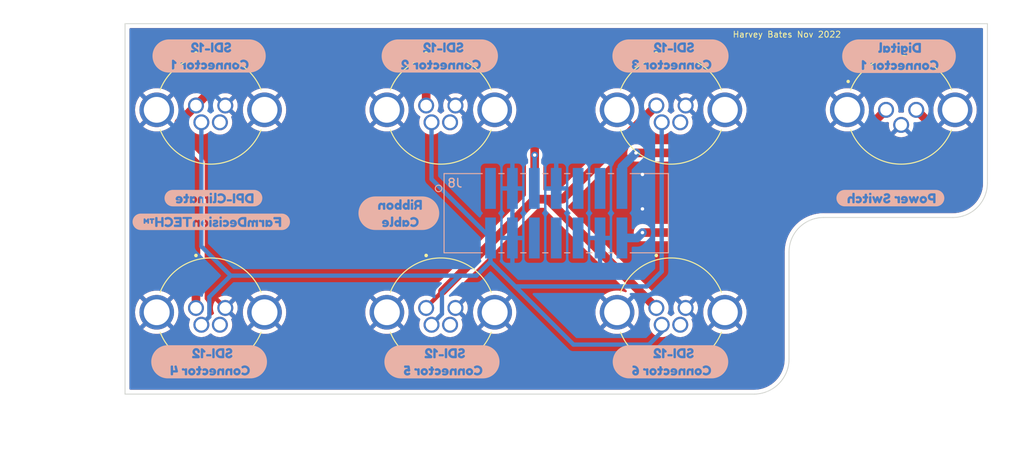
<source format=kicad_pcb>
(kicad_pcb (version 20211014) (generator pcbnew)
  (layers (0 "F.Cu" signal) (31 "B.Cu" signal) (34 "B.Paste" user) (35 "F.Paste" user) (36 "B.SilkS" user "B.Silkscreen") (37 "F.SilkS" user "F.Silkscreen") (38 "B.Mask" user) (39 "F.Mask" user) (44 "Edge.Cuts" user))
  (net 0 "")
  (net 1 "GND")
  (net 2 "+12V")
  (net 4 "SDI-12_DATA")
  (net 7 "Digital_Interrupt")
  (net 8 "+3.3V")
  (footprint "T4041037031-000:TE_T4041037031-000" (layer "F.Cu") (at 151 62 180)
    (fp_text reference "J4" hide)
    (fp_text value "T4041037031-000")
    (pad "1" thru_hole circle locked (at 1.75 0 180) (size 1.85 1.85) (drill 1.35) (layers *.Cu *.Mask) (net 8 "+3.3V"))
    (pad "3" thru_hole circle locked (at -1.75 0 180) (size 1.85 1.85) (drill 1.35) (layers *.Cu *.Mask) (net 7 "Digital_Interrupt"))
    (pad "4" thru_hole circle locked (at 0 -1.75 180) (size 1.85 1.85) (drill 1.35) (layers *.Cu *.Mask) (net 1 "GND"))
    (pad "S1" thru_hole circle locked (at -6.25 0 180) (size 4.016 4.016) (drill 3) (layers *.Cu *.Mask) (net 1 "GND"))
    (pad "S2" thru_hole circle locked (at 6.25 0 180) (size 4.016 4.016) (drill 3) (layers *.Cu *.Mask) (net 1 "GND"))
  )
  (footprint "T4041037041-000:TE_T4041037041-000" (layer "F.Cu") (at 97.616666 62 180)
    (fp_text reference "J5" hide)
    (fp_text value "T4041037041-000")
    (pad "1" thru_hole circle locked (at 1.7 0.5 180) (size 1.85 1.85) (drill 1.35) (layers *.Cu *.Mask) (net 2 "+12V"))
    (pad "2" thru_hole circle locked (at 1.075 -1.45 180) (size 1.85 1.85) (drill 1.35) (layers *.Cu *.Mask) (net 4 "SDI-12_DATA"))
    (pad "3" thru_hole circle locked (at -1.7 0.5 180) (size 1.85 1.85) (drill 1.35) (layers *.Cu *.Mask) (net 1 "GND"))
    (pad "4" thru_hole circle locked (at -1.075 -1.45 180) (size 1.85 1.85) (drill 1.35) (layers *.Cu *.Mask))
    (pad "S1" thru_hole circle locked (at -6.25 0 180) (size 4.016 4.016) (drill 3) (layers *.Cu *.Mask) (net 1 "GND"))
    (pad "S2" thru_hole circle locked (at 6.25 0 180) (size 4.016 4.016) (drill 3) (layers *.Cu *.Mask) (net 1 "GND"))
  )
  (footprint "T4041037041-000:TE_T4041037041-000" (layer "F.Cu") (at 70.925 62 180)
    (fp_text reference "J7" hide)
    (fp_text value "T4041037041-000")
    (pad "1" thru_hole circle locked (at 1.7 0.5 180) (size 1.85 1.85) (drill 1.35) (layers *.Cu *.Mask) (net 2 "+12V"))
    (pad "2" thru_hole circle locked (at 1.075 -1.45 180) (size 1.85 1.85) (drill 1.35) (layers *.Cu *.Mask) (net 4 "SDI-12_DATA"))
    (pad "3" thru_hole circle locked (at -1.7 0.5 180) (size 1.85 1.85) (drill 1.35) (layers *.Cu *.Mask) (net 1 "GND"))
    (pad "4" thru_hole circle locked (at -1.075 -1.45 180) (size 1.85 1.85) (drill 1.35) (layers *.Cu *.Mask))
    (pad "S1" thru_hole circle locked (at -6.25 0 180) (size 4.016 4.016) (drill 3) (layers *.Cu *.Mask) (net 1 "GND"))
    (pad "S2" thru_hole circle locked (at 6.25 0 180) (size 4.016 4.016) (drill 3) (layers *.Cu *.Mask) (net 1 "GND"))
  )
  (footprint "T4041037041-000:TE_T4041037041-000" (layer "F.Cu") (at 70.925 85.5 180)
    (fp_text reference "J2" hide)
    (fp_text value "T4041037041-000")
    (pad "1" thru_hole circle locked (at 1.7 0.5 180) (size 1.85 1.85) (drill 1.35) (layers *.Cu *.Mask) (net 2 "+12V"))
    (pad "2" thru_hole circle locked (at 1.075 -1.45 180) (size 1.85 1.85) (drill 1.35) (layers *.Cu *.Mask) (net 4 "SDI-12_DATA"))
    (pad "3" thru_hole circle locked (at -1.7 0.5 180) (size 1.85 1.85) (drill 1.35) (layers *.Cu *.Mask) (net 1 "GND"))
    (pad "4" thru_hole circle locked (at -1.075 -1.45 180) (size 1.85 1.85) (drill 1.35) (layers *.Cu *.Mask))
    (pad "S1" thru_hole circle locked (at -6.25 0 180) (size 4.016 4.016) (drill 3) (layers *.Cu *.Mask) (net 1 "GND"))
    (pad "S2" thru_hole circle locked (at 6.25 0 180) (size 4.016 4.016) (drill 3) (layers *.Cu *.Mask) (net 1 "GND"))
  )
  (footprint "T4041037041-000:TE_T4041037041-000" (layer "F.Cu") (at 124.308332 62 180)
    (fp_text reference "J3" hide)
    (fp_text value "T4041037041-000")
    (pad "1" thru_hole circle locked (at 1.7 0.5 180) (size 1.85 1.85) (drill 1.35) (layers *.Cu *.Mask) (net 2 "+12V"))
    (pad "2" thru_hole circle locked (at 1.075 -1.45 180) (size 1.85 1.85) (drill 1.35) (layers *.Cu *.Mask) (net 4 "SDI-12_DATA"))
    (pad "3" thru_hole circle locked (at -1.7 0.5 180) (size 1.85 1.85) (drill 1.35) (layers *.Cu *.Mask) (net 1 "GND"))
    (pad "4" thru_hole circle locked (at -1.075 -1.45 180) (size 1.85 1.85) (drill 1.35) (layers *.Cu *.Mask))
    (pad "S1" thru_hole circle locked (at -6.25 0 180) (size 4.016 4.016) (drill 3) (layers *.Cu *.Mask) (net 1 "GND"))
    (pad "S2" thru_hole circle locked (at 6.25 0 180) (size 4.016 4.016) (drill 3) (layers *.Cu *.Mask) (net 1 "GND"))
  )
  (footprint "T4041037041-000:TE_T4041037041-000" (layer "F.Cu") (at 97.616666 85.5 180)
    (fp_text reference "J6" hide)
    (fp_text value "T4041037041-000")
    (pad "1" thru_hole circle locked (at 1.7 0.5 180) (size 1.85 1.85) (drill 1.35) (layers *.Cu *.Mask) (net 2 "+12V"))
    (pad "2" thru_hole circle locked (at 1.075 -1.45 180) (size 1.85 1.85) (drill 1.35) (layers *.Cu *.Mask) (net 4 "SDI-12_DATA"))
    (pad "3" thru_hole circle locked (at -1.7 0.5 180) (size 1.85 1.85) (drill 1.35) (layers *.Cu *.Mask) (net 1 "GND"))
    (pad "4" thru_hole circle locked (at -1.075 -1.45 180) (size 1.85 1.85) (drill 1.35) (layers *.Cu *.Mask))
    (pad "S1" thru_hole circle locked (at -6.25 0 180) (size 4.016 4.016) (drill 3) (layers *.Cu *.Mask) (net 1 "GND"))
    (pad "S2" thru_hole circle locked (at 6.25 0 180) (size 4.016 4.016) (drill 3) (layers *.Cu *.Mask) (net 1 "GND"))
  )
  (footprint "T4041037041-000:TE_T4041037041-000" (layer "F.Cu") (at 124.308332 85.5 180)
    (fp_text reference "J1" hide)
    (fp_text value "T4041037041-000")
    (pad "1" thru_hole circle locked (at 1.7 0.5 180) (size 1.85 1.85) (drill 1.35) (layers *.Cu *.Mask) (net 2 "+12V"))
    (pad "2" thru_hole circle locked (at 1.075 -1.45 180) (size 1.85 1.85) (drill 1.35) (layers *.Cu *.Mask) (net 4 "SDI-12_DATA"))
    (pad "3" thru_hole circle locked (at -1.7 0.5 180) (size 1.85 1.85) (drill 1.35) (layers *.Cu *.Mask) (net 1 "GND"))
    (pad "4" thru_hole circle locked (at -1.075 -1.45 180) (size 1.85 1.85) (drill 1.35) (layers *.Cu *.Mask))
    (pad "S1" thru_hole circle locked (at -6.25 0 180) (size 4.016 4.016) (drill 3) (layers *.Cu *.Mask) (net 1 "GND"))
    (pad "S2" thru_hole circle locked (at 6.25 0 180) (size 4.016 4.016) (drill 3) (layers *.Cu *.Mask) (net 1 "GND"))
  )
  (footprint "kibuzzard-63638BF5" (layer "B.Cu") (at 70.75 55.75 180)
    (fp_text reference "kibuzzard-63638BF5" hide)
    (fp_text value "G***" hide)
  )
  (footprint "kibuzzard-63639046" (layer "B.Cu") (at 149.75 72.25 180)
    (fp_text reference "kibuzzard-63639046" hide)
    (fp_text value "G***" hide)
  )
  (footprint "kibuzzard-63638C4D" (layer "B.Cu") (at 124.25 55.75 180)
    (fp_text reference "kibuzzard-63638C4D" hide)
    (fp_text value "G***" hide)
  )
  (footprint "kibuzzard-63638C46" (layer "B.Cu") (at 97.5 55.75 180)
    (fp_text reference "kibuzzard-63638C46" hide)
    (fp_text value "G***" hide)
  )
  (footprint "kibuzzard-63638C5F" (layer "B.Cu") (at 124.25 91.25 180)
    (fp_text reference "kibuzzard-63638C5F" hide)
    (fp_text value "G***" hide)
  )
  (footprint "kibuzzard-63638C59" (layer "B.Cu") (at 97.75 91.250782 180)
    (fp_text reference "kibuzzard-63638C59" hide)
    (fp_text value "G***" hide)
  )
  (footprint "kibuzzard-63638C3D" (layer "B.Cu") (at 150.75 55.773812 180)
    (fp_text reference "kibuzzard-63638C3D" hide)
    (fp_text value "G***" hide)
  )
  (footprint "kibuzzard-63638C53" (layer "B.Cu") (at 70.75 91.25 180)
    (fp_text reference "kibuzzard-63638C53" hide)
    (fp_text value "G***" hide)
  )
  (footprint "kibuzzard-63638FDF" (layer "B.Cu") (at 71.25 72.25 180)
    (fp_text reference "kibuzzard-63638FDF" hide)
    (fp_text value "G***" hide)
  )
  (footprint "kibuzzard-6363901F" (layer "B.Cu") (at 71 75 180)
    (fp_text reference "kibuzzard-6363901F" hide)
    (fp_text value "G***" hide)
  )
  (footprint "kibuzzard-63638CAD" (layer "B.Cu") (at 92.75 74 180)
    (fp_text reference "kibuzzard-63638CAD" hide)
    (fp_text value "G***" hide)
  )
  (footprint "3020-14-0300-00:3020-14-0300-00" (layer "B.Cu") (at 111 74)
    (fp_text reference "J8" (at -11.75 -3.5) (layer "B.SilkS") (effects (justify mirror)))
    (fp_text value "CONN_3020-14-0300-00_CNC" hide)
    (pad "1" smd rect (at -7.62 -2.875001) (size 1.2446 4.7498) (layers "B.Cu" "B.Paste" "B.Mask"))
    (pad "2" smd rect (at -7.62 2.875001) (size 1.2446 4.7498) (layers "B.Cu" "B.Paste" "B.Mask") (net 4 "SDI-12_DATA"))
    (pad "3" smd rect (at -5.08 -2.875001) (size 1.2446 4.7498) (layers "B.Cu" "B.Paste" "B.Mask") (net 1 "GND"))
    (pad "4" smd rect (at -5.08 2.875001) (size 1.2446 4.7498) (layers "B.Cu" "B.Paste" "B.Mask") (net 1 "GND"))
    (pad "5" smd rect (at -2.54 -2.875001) (size 1.2446 4.7498) (layers "B.Cu" "B.Paste" "B.Mask") (net 2 "+12V"))
    (pad "6" smd rect (at -2.54 2.875001) (size 1.2446 4.7498) (layers "B.Cu" "B.Paste" "B.Mask"))
    (pad "7" smd rect (at 0 -2.875001) (size 1.2446 4.7498) (layers "B.Cu" "B.Paste" "B.Mask") (net 1 "GND"))
    (pad "8" smd rect (at 0 2.875001) (size 1.2446 4.7498) (layers "B.Cu" "B.Paste" "B.Mask"))
    (pad "9" smd rect (at 2.54 -2.875001) (size 1.2446 4.7498) (layers "B.Cu" "B.Paste" "B.Mask"))
    (pad "10" smd rect (at 2.54 2.875001) (size 1.2446 4.7498) (layers "B.Cu" "B.Paste" "B.Mask"))
    (pad "11" smd rect (at 5.08 -2.875001) (size 1.2446 4.7498) (layers "B.Cu" "B.Paste" "B.Mask"))
    (pad "12" smd rect (at 5.08 2.875001) (size 1.2446 4.7498) (layers "B.Cu" "B.Paste" "B.Mask") (net 1 "GND"))
    (pad "13" smd rect (at 7.62 -2.875001) (size 1.2446 4.7498) (layers "B.Cu" "B.Paste" "B.Mask") (net 8 "+3.3V"))
    (pad "14" smd rect (at 7.62 2.875001) (size 1.2446 4.7498) (layers "B.Cu" "B.Paste" "B.Mask") (net 7 "Digital_Interrupt"))
  )
  (gr_line (start 61 52) (end 161 52) (layer "Edge.Cuts") (width 0.1))
  (gr_arc (start 138 78.5) (mid 139.171573 75.671573) (end 142 74.5) (layer "Edge.Cuts") (width 0.1))
  (gr_arc (start 138 90.921573) (mid 136.833097 93.777863) (end 134 95) (layer "Edge.Cuts") (width 0.1))
  (gr_line (start 157 74.5) (end 142 74.5) (layer "Edge.Cuts") (width 0.1))
  (gr_line (start 138 90.921573) (end 138 78.5) (layer "Edge.Cuts") (width 0.1))
  (gr_line (start 161 52) (end 161 70.5) (layer "Edge.Cuts") (width 0.1))
  (gr_arc (start 161 70.5) (mid 159.828427 73.328427) (end 157 74.5) (layer "Edge.Cuts") (width 0.1))
  (gr_line (start 61 95) (end 61 52) (layer "Edge.Cuts") (width 0.1))
  (gr_line (start 134 95) (end 61 95) (layer "Edge.Cuts") (width 0.1))
  (gr_text "Harvey Bates Nov 2022" (at 137.75 53.25) (layer "F.SilkS") (effects (font (size 0.7 0.7) (thickness 0.1))))
  (via (at 121 69.5) (size 0.8) (drill 0.4) (layers "F.Cu" "B.Cu") (net 1))
  (via (at 121 73.5) (size 0.8) (drill 0.4) (layers "F.Cu" "B.Cu") (net 1))
  (segment (start 67.25 66.25) (end 67.25 63.475) (width 1) (layer "F.Cu") (net 2))
  (segment (start 122.608332 85) (end 109.974998 72.366666) (width 1) (layer "F.Cu") (net 2))
  (segment (start 97.808333 83.058333) (end 108.5 72.366666) (width 1) (layer "F.Cu") (net 2))
  (segment (start 69.225 85) (end 69.225 68.225) (width 1) (layer "F.Cu") (net 2))
  (segment (start 122.608332 61.5) (end 111.741666 72.366666) (width 1) (layer "F.Cu") (net 2))
  (segment (start 111.741666 72.366666) (end 108.5 72.366666) (width 1) (layer "F.Cu") (net 2))
  (segment (start 107 57.25) (end 97 57.25) (width 1) (layer "F.Cu") (net 2))
  (segment (start 69.225 68.225) (end 67.25 66.25) (width 1) (layer "F.Cu") (net 2))
  (segment (start 95.916666 58.333334) (end 97 57.25) (width 1) (layer "F.Cu") (net 2))
  (segment (start 97 57.25) (end 73.475 57.25) (width 1) (layer "F.Cu") (net 2))
  (segment (start 73.475 57.25) (end 69.225 61.5) (width 1) (layer "F.Cu") (net 2))
  (segment (start 109.974998 72.366666) (end 108.5 72.366666) (width 1) (layer "F.Cu") (net 2))
  (segment (start 67.25 63.475) (end 69.225 61.5) (width 1) (layer "F.Cu") (net 2))
  (segment (start 108.5 58.75) (end 107 57.25) (width 1) (layer "F.Cu") (net 2))
  (segment (start 95.916666 84.95) (end 97.808333 83.058333) (width 0.5) (layer "F.Cu") (net 2))
  (segment (start 108.5 67.25) (end 108.5 58.75) (width 1) (layer "F.Cu") (net 2))
  (segment (start 108.5 72.366666) (end 108.5 67.25) (width 1) (layer "F.Cu") (net 2))
  (segment (start 95.916666 61.5) (end 95.916666 58.333334) (width 1) (layer "F.Cu") (net 2))
  (via (at 108.5 67.25) (size 0.8) (drill 0.4) (layers "F.Cu" "B.Cu") (net 2))
  (segment (start 108.5 71.084999) (end 108.46 71.124999) (width 0.5) (layer "B.Cu") (net 2))
  (segment (start 108.5 67.25) (end 108.5 71.084999) (width 0.5) (layer "B.Cu") (net 2))
  (segment (start 96.541666 63.45) (end 96.541666 70.036667) (width 0.5) (layer "B.Cu") (net 4))
  (segment (start 69.85 77.85) (end 73.25 81.25) (width 0.5) (layer "B.Cu") (net 4))
  (segment (start 69.85 86.95) (end 70.775 86.025) (width 0.5) (layer "B.Cu") (net 4))
  (segment (start 70.775 83.725) (end 73.25 81.25) (width 0.5) (layer "B.Cu") (net 4))
  (segment (start 121.75 89.25) (end 123.233332 87.766668) (width 0.5) (layer "B.Cu") (net 4))
  (segment (start 96.541666 86.9) (end 97.75 85.691666) (width 0.5) (layer "B.Cu") (net 4))
  (segment (start 70.775 86.025) (end 70.775 83.725) (width 0.5) (layer "B.Cu") (net 4))
  (segment (start 99.75 81.25) (end 101.75 81.25) (width 0.5) (layer "B.Cu") (net 4))
  (segment (start 106.25 82.5) (end 113 89.25) (width 0.5) (layer "B.Cu") (net 4))
  (segment (start 121.5 82.5) (end 106.25 82.5) (width 0.5) (layer "B.Cu") (net 4))
  (segment (start 103.38 79.62) (end 103.38 76.875001) (width 0.5) (layer "B.Cu") (net 4))
  (segment (start 97.75 83.25) (end 99.75 81.25) (width 0.5) (layer "B.Cu") (net 4))
  (segment (start 123.233332 63.45) (end 123.233332 80.766668) (width 0.5) (layer "B.Cu") (net 4))
  (segment (start 123.233332 80.766668) (end 121.5 82.5) (width 0.5) (layer "B.Cu") (net 4))
  (segment (start 123.233332 87.766668) (end 123.233332 86.95) (width 0.5) (layer "B.Cu") (net 4))
  (segment (start 73.25 81.25) (end 99.75 81.25) (width 0.5) (layer "B.Cu") (net 4))
  (segment (start 96.541666 70.036667) (end 103.38 76.875001) (width 0.5) (layer "B.Cu") (net 4))
  (segment (start 97.75 85.691666) (end 97.75 83.25) (width 0.5) (layer "B.Cu") (net 4))
  (segment (start 106.25 82.5) (end 103.38 79.63) (width 0.5) (layer "B.Cu") (net 4))
  (segment (start 101.75 81.25) (end 103.38 79.62) (width 0.5) (layer "B.Cu") (net 4))
  (segment (start 113 89.25) (end 121.75 89.25) (width 0.5) (layer "B.Cu") (net 4))
  (segment (start 103.38 79.63) (end 103.38 79.62) (width 0.5) (layer "B.Cu") (net 4))
  (segment (start 69.85 63.45) (end 69.85 77.85) (width 0.5) (layer "B.Cu") (net 4))
  (segment (start 128.5 76.25) (end 134 70.75) (width 1) (layer "F.Cu") (net 7))
  (segment (start 134 70.75) (end 147.75 70.75) (width 1) (layer "F.Cu") (net 7))
  (segment (start 147.75 70.75) (end 154 64.5) (width 1) (layer "F.Cu") (net 7))
  (segment (start 121 76.25) (end 128.5 76.25) (width 1) (layer "F.Cu") (net 7))
  (segment (start 154 64.5) (end 154 63.25) (width 1) (layer "F.Cu") (net 7))
  (segment (start 154 63.25) (end 152.75 62) (width 1) (layer "F.Cu") (net 7))
  (via (at 121 76.25) (size 0.8) (drill 0.4) (layers "F.Cu" "B.Cu") (net 7))
  (segment (start 120.374999 76.875001) (end 121 76.25) (width 1) (layer "B.Cu") (net 7))
  (segment (start 118.62 76.875001) (end 120.374999 76.875001) (width 1) (layer "B.Cu") (net 7))
  (segment (start 144.25 67) (end 149.25 62) (width 1) (layer "F.Cu") (net 8))
  (segment (start 120.25 67) (end 144.25 67) (width 1) (layer "F.Cu") (net 8))
  (via (at 120.25 67) (size 0.8) (drill 0.4) (layers "F.Cu" "B.Cu") (net 8))
  (segment (start 118.62 68.63) (end 120.25 67) (width 1) (layer "B.Cu") (net 8))
  (segment (start 118.62 71.124999) (end 118.62 68.63) (width 1) (layer "B.Cu") (net 8))
  (zone (net 1) (net_name "GND") (layers F&B.Cu) (connect_pads (clearance 0.508)) (min_thickness 0.254) (fill yes (thermal_gap 0.508) (thermal_bridge_width 0.508))
    (polygon (pts (xy 165.25 100.25) (xy 46.5 103) (xy 56.5 49.25) (xy 165.25 49.25)))
  )
)
</source>
